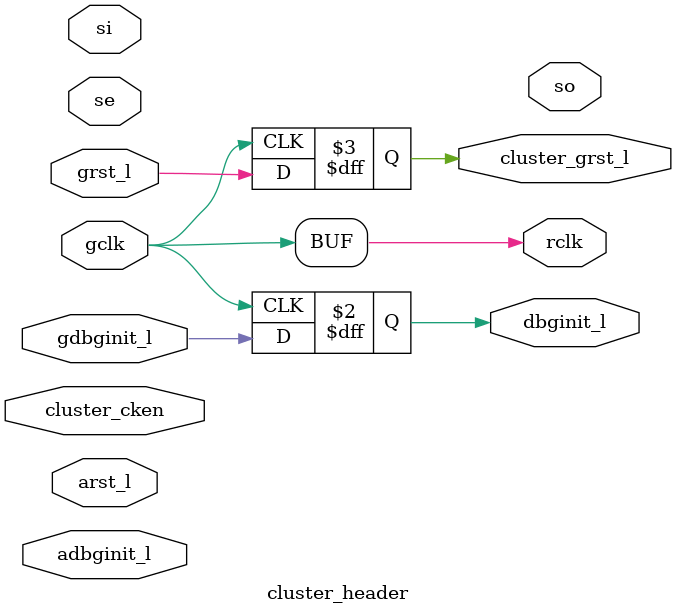
<source format=v>
/*
/* ========== Copyright Header Begin ==========================================
* 
* OpenSPARC T1 Processor File: sys.h
* Copyright (c) 2006 Sun Microsystems, Inc.  All Rights Reserved.
* DO NOT ALTER OR REMOVE COPYRIGHT NOTICES.
* 
* The above named program is free software; you can redistribute it and/or
* modify it under the terms of the GNU General Public
* License version 2 as published by the Free Software Foundation.
* 
* The above named program is distributed in the hope that it will be 
* useful, but WITHOUT ANY WARRANTY; without even the implied warranty of
* MERCHANTABILITY or FITNESS FOR A PARTICULAR PURPOSE.  See the GNU
* General Public License for more details.
* 
* You should have received a copy of the GNU General Public
* License along with this work; if not, write to the Free Software
* Foundation, Inc., 51 Franklin St, Fifth Floor, Boston, MA 02110-1301, USA.
* 
* ========== Copyright Header End ============================================
*/
// -*- verilog -*-
////////////////////////////////////////////////////////////////////////
/*
//
// Description:		Global header file that contain definitions that 
//                      are common/shared at the systme level
*/
////////////////////////////////////////////////////////////////////////
//
// Setting the time scale
// If the timescale changes, JP_TIMESCALE may also have to change.
`timescale	1ps/1ps

//
// JBUS clock
// =========
//



// Afara Link Defines
// ==================

// Reliable Link




// Afara Link Objects


// Afara Link Object Format - Reliable Link










// Afara Link Object Format - Congestion



  







// Afara Link Object Format - Acknowledge











// Afara Link Object Format - Request

















// Afara Link Object Format - Message



// Acknowledge Types




// Request Types





// Afara Link Frame



//
// UCB Packet Type
// ===============
//

















//
// UCB Data Packet Format
// ======================
//






























// Size encoding for the UCB_SIZE_HI/LO field
// 000 - byte
// 001 - half-word
// 010 - word
// 011 - double-word
// 111 - quad-word







//
// UCB Interrupt Packet Format
// ===========================
//










//`define UCB_THR_HI             9      // (6) cpu/thread ID shared with
//`define UCB_THR_LO             4             data packet format
//`define UCB_PKT_HI             3      // (4) packet type shared with
//`define UCB_PKT_LO             0      //     data packet format







//
// FCRAM Bus Widths
// ================
//






//
// ENET clock periods
// ==================
//




//
// JBus Bridge defines
// =================
//











//
// PCI Device Address Configuration
// ================================
//
























module cluster_header (/*AUTOARG*/
   // Outputs
   dbginit_l, cluster_grst_l, rclk, so, 
   // Inputs
   gclk, cluster_cken, arst_l, grst_l, adbginit_l, gdbginit_l, si, 
   se
   );

   input       gclk;
   input       cluster_cken;
   input       arst_l;
   input       grst_l;
   input       adbginit_l;
   input       gdbginit_l; 
   output      dbginit_l; 
   output      cluster_grst_l;
   output      rclk;

   input       si; // scan ports for reset flop repeaters
   input       se;
   output      so;


//  assign #10 rclk = gclk;
//  assign #10 dbginit_l = gdbginit_l;
//  assign #10 cluster_grst_l = grst_l; 
//  assign so = 1'b0;

reg      dbginit_l; 
reg      cluster_grst_l;

assign #10 rclk = gclk;

always @(negedge rclk) begin
  dbginit_l <= gdbginit_l;
  cluster_grst_l <= grst_l;
end























































endmodule // cluster_header

</source>
